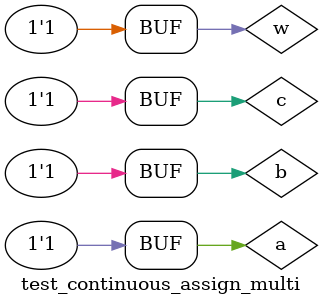
<source format=v>

module test_continuous_assign_multi;
  wire w;
  reg a, b, c;

  // Multiple assigns to same wire - should be AND'ed/resolved
  assign w = a;
  assign w = b;
  assign w = c;

  initial begin
    a = 1; b = 1; c = 0;  // w should be 0
    #10 c = 1;             // w should be 1
  end
endmodule

</source>
